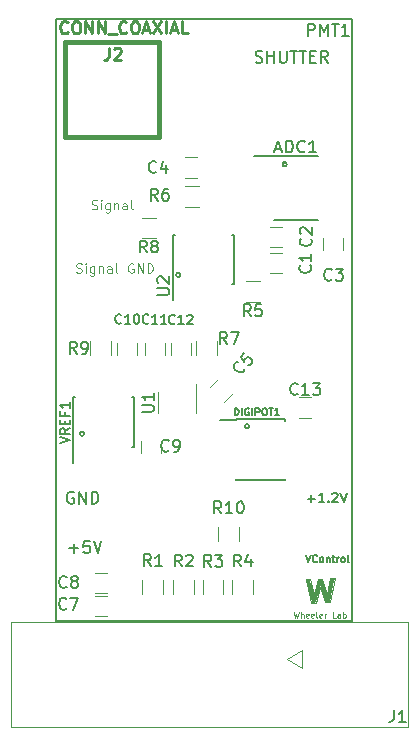
<source format=gbr>
%TF.GenerationSoftware,KiCad,Pcbnew,(2017-06-25 revision 6a3c1720b)-makepkg*%
%TF.CreationDate,2017-07-11T00:42:26-04:00*%
%TF.ProjectId,pmt-transimpedance-amplifier,706D742D7472616E73696D706564616E,rev?*%
%TF.SameCoordinates,Original%
%TF.FileFunction,Legend,Top*%
%TF.FilePolarity,Positive*%
%FSLAX46Y46*%
G04 Gerber Fmt 4.6, Leading zero omitted, Abs format (unit mm)*
G04 Created by KiCad (PCBNEW (2017-06-25 revision 6a3c1720b)-makepkg) date 07/11/17 00:42:26*
%MOMM*%
%LPD*%
G01*
G04 APERTURE LIST*
%ADD10C,0.100000*%
%ADD11C,0.350000*%
%ADD12C,0.300000*%
%ADD13C,0.125000*%
%ADD14C,0.200000*%
%ADD15C,0.120000*%
%ADD16C,0.150000*%
%ADD17C,0.381000*%
%ADD18C,0.254000*%
G04 APERTURE END LIST*
D10*
X223707421Y-115010890D02*
X223937421Y-115010890D01*
X225170000Y-114320000D02*
X224960000Y-114430000D01*
X223410000Y-115880000D02*
X223095483Y-114633268D01*
X223160000Y-116190000D02*
X223340000Y-116190000D01*
X223170000Y-116250000D02*
X223350000Y-116250000D01*
X223090000Y-114380000D02*
X222720000Y-114380000D01*
X223810000Y-114640000D02*
X224040000Y-114640000D01*
D11*
X224570000Y-116140000D02*
X224940000Y-114410000D01*
X223990000Y-114500000D02*
X224470000Y-116160000D01*
X223410000Y-116140000D02*
X223900000Y-114490000D01*
D12*
X222920000Y-114450000D02*
X223280000Y-116050000D01*
D10*
X224310000Y-116300000D02*
X224710000Y-116300000D01*
X223560000Y-116310000D02*
X223922128Y-115010890D01*
X223170000Y-116310000D02*
X223560000Y-116310000D01*
X223937421Y-115010890D02*
X224310000Y-116300000D01*
X222710000Y-114330000D02*
X223170000Y-116310000D01*
X223080000Y-114330000D02*
X222710000Y-114330000D01*
X225180000Y-114270000D02*
X224780000Y-114270000D01*
X223394517Y-115576732D02*
X223080000Y-114330000D01*
X223750000Y-114330000D02*
X223394517Y-115576732D01*
X224100000Y-114330000D02*
X223750000Y-114330000D01*
X224476501Y-115588207D02*
X224100000Y-114330000D01*
X224780000Y-114270000D02*
X224476501Y-115588207D01*
X224710000Y-116300000D02*
X225180000Y-114270000D01*
D13*
X221675714Y-117096190D02*
X221794761Y-117596190D01*
X221890000Y-117239047D01*
X221985238Y-117596190D01*
X222104285Y-117096190D01*
X222294761Y-117596190D02*
X222294761Y-117096190D01*
X222509047Y-117596190D02*
X222509047Y-117334285D01*
X222485238Y-117286666D01*
X222437619Y-117262857D01*
X222366190Y-117262857D01*
X222318571Y-117286666D01*
X222294761Y-117310476D01*
X222937619Y-117572380D02*
X222890000Y-117596190D01*
X222794761Y-117596190D01*
X222747142Y-117572380D01*
X222723333Y-117524761D01*
X222723333Y-117334285D01*
X222747142Y-117286666D01*
X222794761Y-117262857D01*
X222890000Y-117262857D01*
X222937619Y-117286666D01*
X222961428Y-117334285D01*
X222961428Y-117381904D01*
X222723333Y-117429523D01*
X223366190Y-117572380D02*
X223318571Y-117596190D01*
X223223333Y-117596190D01*
X223175714Y-117572380D01*
X223151904Y-117524761D01*
X223151904Y-117334285D01*
X223175714Y-117286666D01*
X223223333Y-117262857D01*
X223318571Y-117262857D01*
X223366190Y-117286666D01*
X223390000Y-117334285D01*
X223390000Y-117381904D01*
X223151904Y-117429523D01*
X223675714Y-117596190D02*
X223628095Y-117572380D01*
X223604285Y-117524761D01*
X223604285Y-117096190D01*
X224056666Y-117572380D02*
X224009047Y-117596190D01*
X223913809Y-117596190D01*
X223866190Y-117572380D01*
X223842380Y-117524761D01*
X223842380Y-117334285D01*
X223866190Y-117286666D01*
X223913809Y-117262857D01*
X224009047Y-117262857D01*
X224056666Y-117286666D01*
X224080476Y-117334285D01*
X224080476Y-117381904D01*
X223842380Y-117429523D01*
X224294761Y-117596190D02*
X224294761Y-117262857D01*
X224294761Y-117358095D02*
X224318571Y-117310476D01*
X224342380Y-117286666D01*
X224390000Y-117262857D01*
X224437619Y-117262857D01*
X225223333Y-117596190D02*
X224985238Y-117596190D01*
X224985238Y-117096190D01*
X225604285Y-117596190D02*
X225604285Y-117334285D01*
X225580476Y-117286666D01*
X225532857Y-117262857D01*
X225437619Y-117262857D01*
X225390000Y-117286666D01*
X225604285Y-117572380D02*
X225556666Y-117596190D01*
X225437619Y-117596190D01*
X225390000Y-117572380D01*
X225366190Y-117524761D01*
X225366190Y-117477142D01*
X225390000Y-117429523D01*
X225437619Y-117405714D01*
X225556666Y-117405714D01*
X225604285Y-117381904D01*
X225842380Y-117596190D02*
X225842380Y-117096190D01*
X225842380Y-117286666D02*
X225890000Y-117262857D01*
X225985238Y-117262857D01*
X226032857Y-117286666D01*
X226056666Y-117310476D01*
X226080476Y-117358095D01*
X226080476Y-117500952D01*
X226056666Y-117548571D01*
X226032857Y-117572380D01*
X225985238Y-117596190D01*
X225890000Y-117596190D01*
X225842380Y-117572380D01*
D14*
X221080278Y-79200000D02*
G75*
G03X221080278Y-79200000I-180278J0D01*
G01*
X212080278Y-88575000D02*
G75*
G03X212080278Y-88575000I-180278J0D01*
G01*
X203930278Y-102025000D02*
G75*
G03X203930278Y-102025000I-180278J0D01*
G01*
X217905278Y-101400000D02*
G75*
G03X217905278Y-101400000I-180278J0D01*
G01*
D15*
%TO.C,R10*%
X217055000Y-109875000D02*
X217055000Y-111075000D01*
X215295000Y-111075000D02*
X215295000Y-109875000D01*
D16*
%TO.C,PMT1*%
X201590000Y-66880000D02*
X201590000Y-117880000D01*
X201590000Y-117880000D02*
X226590000Y-117880000D01*
X226590000Y-66880000D02*
X226590000Y-117880000D01*
X201590000Y-66880000D02*
X226590000Y-66880000D01*
%TO.C,VREF1*%
X202975000Y-103100000D02*
X203025000Y-103100000D01*
X202975000Y-98950000D02*
X203120000Y-98950000D01*
X208125000Y-98950000D02*
X207980000Y-98950000D01*
X208125000Y-103100000D02*
X207980000Y-103100000D01*
X202975000Y-103100000D02*
X202975000Y-98950000D01*
X208125000Y-103100000D02*
X208125000Y-98950000D01*
X203025000Y-103100000D02*
X203025000Y-104500000D01*
%TO.C,DIGIPOT1*%
X216825000Y-100855000D02*
X215425000Y-100855000D01*
X216825000Y-105955000D02*
X220975000Y-105955000D01*
X216825000Y-100805000D02*
X220975000Y-100805000D01*
X216825000Y-105955000D02*
X216825000Y-105810000D01*
X220975000Y-105955000D02*
X220975000Y-105810000D01*
X220975000Y-100805000D02*
X220975000Y-100950000D01*
X216825000Y-100805000D02*
X216825000Y-100855000D01*
D15*
%TO.C,R4*%
X216495000Y-115600000D02*
X216495000Y-114400000D01*
X218255000Y-114400000D02*
X218255000Y-115600000D01*
%TO.C,C7*%
X205875000Y-115775000D02*
X204875000Y-115775000D01*
X204875000Y-117475000D02*
X205875000Y-117475000D01*
%TO.C,C8*%
X204850000Y-115525000D02*
X205850000Y-115525000D01*
X205850000Y-113825000D02*
X204850000Y-113825000D01*
%TO.C,J1*%
X197715000Y-117930000D02*
X231355000Y-117930000D01*
X197715000Y-117930000D02*
X197715000Y-126810000D01*
X231355000Y-126810000D02*
X231355000Y-117930000D01*
X231355000Y-126810000D02*
X197715000Y-126810000D01*
X222405000Y-120340000D02*
X221135000Y-121100000D01*
X222405000Y-121860000D02*
X222405000Y-120340000D01*
X221135000Y-121100000D02*
X222405000Y-121860000D01*
%TO.C,R2*%
X213205000Y-114400000D02*
X213205000Y-115600000D01*
X211445000Y-115600000D02*
X211445000Y-114400000D01*
%TO.C,R1*%
X210580000Y-114400000D02*
X210580000Y-115600000D01*
X208820000Y-115600000D02*
X208820000Y-114400000D01*
%TO.C,R8*%
X210000000Y-85480000D02*
X208800000Y-85480000D01*
X208800000Y-83720000D02*
X210000000Y-83720000D01*
%TO.C,R9*%
X206205000Y-94175000D02*
X206205000Y-95375000D01*
X204445000Y-95375000D02*
X204445000Y-94175000D01*
%TO.C,U1*%
X213435000Y-100250000D02*
X213435000Y-97800000D01*
X210215000Y-98450000D02*
X210215000Y-100250000D01*
D17*
%TO.C,J2*%
X210300000Y-68875000D02*
X202300000Y-68875000D01*
X202300000Y-68875000D02*
X202300000Y-76875000D01*
X202300000Y-76875000D02*
X210300000Y-76875000D01*
X210300000Y-76875000D02*
X210300000Y-68875000D01*
D15*
%TO.C,C2*%
X219697905Y-86175095D02*
X220697905Y-86175095D01*
X220697905Y-84475095D02*
X219697905Y-84475095D01*
%TO.C,C13*%
X223125000Y-98950000D02*
X222125000Y-98950000D01*
X222125000Y-100650000D02*
X223125000Y-100650000D01*
%TO.C,C5*%
X215309620Y-97388299D02*
X214602513Y-98095406D01*
X215804594Y-99297487D02*
X216511701Y-98590380D01*
D16*
%TO.C,ADC1*%
X219991400Y-83927500D02*
X223700000Y-83927500D01*
X218320700Y-78527500D02*
X223704300Y-78527500D01*
D15*
%TO.C,C3*%
X224175000Y-85425000D02*
X224175000Y-86425000D01*
X225875000Y-86425000D02*
X225875000Y-85425000D01*
%TO.C,R6*%
X213650000Y-82780000D02*
X212450000Y-82780000D01*
X212450000Y-81020000D02*
X213650000Y-81020000D01*
%TO.C,C1*%
X220697905Y-86750095D02*
X219697905Y-86750095D01*
X219697905Y-88450095D02*
X220697905Y-88450095D01*
%TO.C,C4*%
X213500000Y-78625000D02*
X212500000Y-78625000D01*
X212500000Y-80325000D02*
X213500000Y-80325000D01*
%TO.C,R3*%
X213970000Y-115600000D02*
X213970000Y-114400000D01*
X215730000Y-114400000D02*
X215730000Y-115600000D01*
D16*
%TO.C,U2*%
X211448000Y-89329000D02*
X211498000Y-89329000D01*
X211448000Y-85179000D02*
X211593000Y-85179000D01*
X216598000Y-85179000D02*
X216453000Y-85179000D01*
X216598000Y-89329000D02*
X216453000Y-89329000D01*
X211448000Y-89329000D02*
X211448000Y-85179000D01*
X216598000Y-89329000D02*
X216598000Y-85179000D01*
X211498000Y-89329000D02*
X211498000Y-90729000D01*
D15*
%TO.C,C9*%
X210425000Y-103625000D02*
X210425000Y-102625000D01*
X208725000Y-102625000D02*
X208725000Y-103625000D01*
%TO.C,C10*%
X206750000Y-94325000D02*
X206750000Y-95325000D01*
X208450000Y-95325000D02*
X208450000Y-94325000D01*
%TO.C,R5*%
X218825000Y-90830000D02*
X217625000Y-90830000D01*
X217625000Y-89070000D02*
X218825000Y-89070000D01*
%TO.C,C11*%
X209050000Y-94325000D02*
X209050000Y-95325000D01*
X210750000Y-95325000D02*
X210750000Y-94325000D01*
%TO.C,C12*%
X211275000Y-94325000D02*
X211275000Y-95325000D01*
X212975000Y-95325000D02*
X212975000Y-94325000D01*
%TO.C,R7*%
X215205000Y-94125000D02*
X215205000Y-95325000D01*
X213445000Y-95325000D02*
X213445000Y-94125000D01*
%TO.C,R10*%
D16*
X215532142Y-108752380D02*
X215198809Y-108276190D01*
X214960714Y-108752380D02*
X214960714Y-107752380D01*
X215341666Y-107752380D01*
X215436904Y-107800000D01*
X215484523Y-107847619D01*
X215532142Y-107942857D01*
X215532142Y-108085714D01*
X215484523Y-108180952D01*
X215436904Y-108228571D01*
X215341666Y-108276190D01*
X214960714Y-108276190D01*
X216484523Y-108752380D02*
X215913095Y-108752380D01*
X216198809Y-108752380D02*
X216198809Y-107752380D01*
X216103571Y-107895238D01*
X216008333Y-107990476D01*
X215913095Y-108038095D01*
X217103571Y-107752380D02*
X217198809Y-107752380D01*
X217294047Y-107800000D01*
X217341666Y-107847619D01*
X217389285Y-107942857D01*
X217436904Y-108133333D01*
X217436904Y-108371428D01*
X217389285Y-108561904D01*
X217341666Y-108657142D01*
X217294047Y-108704761D01*
X217198809Y-108752380D01*
X217103571Y-108752380D01*
X217008333Y-108704761D01*
X216960714Y-108657142D01*
X216913095Y-108561904D01*
X216865476Y-108371428D01*
X216865476Y-108133333D01*
X216913095Y-107942857D01*
X216960714Y-107847619D01*
X217008333Y-107800000D01*
X217103571Y-107752380D01*
%TO.C,PMT1*%
X222909523Y-68302380D02*
X222909523Y-67302380D01*
X223290476Y-67302380D01*
X223385714Y-67350000D01*
X223433333Y-67397619D01*
X223480952Y-67492857D01*
X223480952Y-67635714D01*
X223433333Y-67730952D01*
X223385714Y-67778571D01*
X223290476Y-67826190D01*
X222909523Y-67826190D01*
X223909523Y-68302380D02*
X223909523Y-67302380D01*
X224242857Y-68016666D01*
X224576190Y-67302380D01*
X224576190Y-68302380D01*
X224909523Y-67302380D02*
X225480952Y-67302380D01*
X225195238Y-68302380D02*
X225195238Y-67302380D01*
X226338095Y-68302380D02*
X225766666Y-68302380D01*
X226052380Y-68302380D02*
X226052380Y-67302380D01*
X225957142Y-67445238D01*
X225861904Y-67540476D01*
X225766666Y-67588095D01*
X218452380Y-70554761D02*
X218595238Y-70602380D01*
X218833333Y-70602380D01*
X218928571Y-70554761D01*
X218976190Y-70507142D01*
X219023809Y-70411904D01*
X219023809Y-70316666D01*
X218976190Y-70221428D01*
X218928571Y-70173809D01*
X218833333Y-70126190D01*
X218642857Y-70078571D01*
X218547619Y-70030952D01*
X218500000Y-69983333D01*
X218452380Y-69888095D01*
X218452380Y-69792857D01*
X218500000Y-69697619D01*
X218547619Y-69650000D01*
X218642857Y-69602380D01*
X218880952Y-69602380D01*
X219023809Y-69650000D01*
X219452380Y-70602380D02*
X219452380Y-69602380D01*
X219452380Y-70078571D02*
X220023809Y-70078571D01*
X220023809Y-70602380D02*
X220023809Y-69602380D01*
X220500000Y-69602380D02*
X220500000Y-70411904D01*
X220547619Y-70507142D01*
X220595238Y-70554761D01*
X220690476Y-70602380D01*
X220880952Y-70602380D01*
X220976190Y-70554761D01*
X221023809Y-70507142D01*
X221071428Y-70411904D01*
X221071428Y-69602380D01*
X221404761Y-69602380D02*
X221976190Y-69602380D01*
X221690476Y-70602380D02*
X221690476Y-69602380D01*
X222166666Y-69602380D02*
X222738095Y-69602380D01*
X222452380Y-70602380D02*
X222452380Y-69602380D01*
X223071428Y-70078571D02*
X223404761Y-70078571D01*
X223547619Y-70602380D02*
X223071428Y-70602380D01*
X223071428Y-69602380D01*
X223547619Y-69602380D01*
X224547619Y-70602380D02*
X224214285Y-70126190D01*
X223976190Y-70602380D02*
X223976190Y-69602380D01*
X224357142Y-69602380D01*
X224452380Y-69650000D01*
X224500000Y-69697619D01*
X224547619Y-69792857D01*
X224547619Y-69935714D01*
X224500000Y-70030952D01*
X224452380Y-70078571D01*
X224357142Y-70126190D01*
X223976190Y-70126190D01*
X222850000Y-107507142D02*
X223459523Y-107507142D01*
X223154761Y-107811904D02*
X223154761Y-107202380D01*
X224259523Y-107811904D02*
X223802380Y-107811904D01*
X224030952Y-107811904D02*
X224030952Y-107011904D01*
X223954761Y-107126190D01*
X223878571Y-107202380D01*
X223802380Y-107240476D01*
X224602380Y-107735714D02*
X224640476Y-107773809D01*
X224602380Y-107811904D01*
X224564285Y-107773809D01*
X224602380Y-107735714D01*
X224602380Y-107811904D01*
X224945238Y-107088095D02*
X224983333Y-107050000D01*
X225059523Y-107011904D01*
X225250000Y-107011904D01*
X225326190Y-107050000D01*
X225364285Y-107088095D01*
X225402380Y-107164285D01*
X225402380Y-107240476D01*
X225364285Y-107354761D01*
X224907142Y-107811904D01*
X225402380Y-107811904D01*
X225630952Y-107011904D02*
X225897619Y-107811904D01*
X226164285Y-107011904D01*
X222711428Y-112291428D02*
X222911428Y-112891428D01*
X223111428Y-112291428D01*
X223654285Y-112834285D02*
X223625714Y-112862857D01*
X223540000Y-112891428D01*
X223482857Y-112891428D01*
X223397142Y-112862857D01*
X223340000Y-112805714D01*
X223311428Y-112748571D01*
X223282857Y-112634285D01*
X223282857Y-112548571D01*
X223311428Y-112434285D01*
X223340000Y-112377142D01*
X223397142Y-112320000D01*
X223482857Y-112291428D01*
X223540000Y-112291428D01*
X223625714Y-112320000D01*
X223654285Y-112348571D01*
X223997142Y-112891428D02*
X223940000Y-112862857D01*
X223911428Y-112834285D01*
X223882857Y-112777142D01*
X223882857Y-112605714D01*
X223911428Y-112548571D01*
X223940000Y-112520000D01*
X223997142Y-112491428D01*
X224082857Y-112491428D01*
X224140000Y-112520000D01*
X224168571Y-112548571D01*
X224197142Y-112605714D01*
X224197142Y-112777142D01*
X224168571Y-112834285D01*
X224140000Y-112862857D01*
X224082857Y-112891428D01*
X223997142Y-112891428D01*
X224454285Y-112491428D02*
X224454285Y-112891428D01*
X224454285Y-112548571D02*
X224482857Y-112520000D01*
X224540000Y-112491428D01*
X224625714Y-112491428D01*
X224682857Y-112520000D01*
X224711428Y-112577142D01*
X224711428Y-112891428D01*
X224911428Y-112491428D02*
X225140000Y-112491428D01*
X224997142Y-112291428D02*
X224997142Y-112805714D01*
X225025714Y-112862857D01*
X225082857Y-112891428D01*
X225140000Y-112891428D01*
X225340000Y-112891428D02*
X225340000Y-112491428D01*
X225340000Y-112605714D02*
X225368571Y-112548571D01*
X225397142Y-112520000D01*
X225454285Y-112491428D01*
X225511428Y-112491428D01*
X225797142Y-112891428D02*
X225740000Y-112862857D01*
X225711428Y-112834285D01*
X225682857Y-112777142D01*
X225682857Y-112605714D01*
X225711428Y-112548571D01*
X225740000Y-112520000D01*
X225797142Y-112491428D01*
X225882857Y-112491428D01*
X225940000Y-112520000D01*
X225968571Y-112548571D01*
X225997142Y-112605714D01*
X225997142Y-112777142D01*
X225968571Y-112834285D01*
X225940000Y-112862857D01*
X225882857Y-112891428D01*
X225797142Y-112891428D01*
X226340000Y-112891428D02*
X226282857Y-112862857D01*
X226254285Y-112805714D01*
X226254285Y-112291428D01*
X202689285Y-111721428D02*
X203451190Y-111721428D01*
X203070238Y-112102380D02*
X203070238Y-111340476D01*
X204403571Y-111102380D02*
X203927380Y-111102380D01*
X203879761Y-111578571D01*
X203927380Y-111530952D01*
X204022619Y-111483333D01*
X204260714Y-111483333D01*
X204355952Y-111530952D01*
X204403571Y-111578571D01*
X204451190Y-111673809D01*
X204451190Y-111911904D01*
X204403571Y-112007142D01*
X204355952Y-112054761D01*
X204260714Y-112102380D01*
X204022619Y-112102380D01*
X203927380Y-112054761D01*
X203879761Y-112007142D01*
X204736904Y-111102380D02*
X205070238Y-112102380D01*
X205403571Y-111102380D01*
X203038095Y-106975000D02*
X202942857Y-106927380D01*
X202800000Y-106927380D01*
X202657142Y-106975000D01*
X202561904Y-107070238D01*
X202514285Y-107165476D01*
X202466666Y-107355952D01*
X202466666Y-107498809D01*
X202514285Y-107689285D01*
X202561904Y-107784523D01*
X202657142Y-107879761D01*
X202800000Y-107927380D01*
X202895238Y-107927380D01*
X203038095Y-107879761D01*
X203085714Y-107832142D01*
X203085714Y-107498809D01*
X202895238Y-107498809D01*
X203514285Y-107927380D02*
X203514285Y-106927380D01*
X204085714Y-107927380D01*
X204085714Y-106927380D01*
X204561904Y-107927380D02*
X204561904Y-106927380D01*
X204800000Y-106927380D01*
X204942857Y-106975000D01*
X205038095Y-107070238D01*
X205085714Y-107165476D01*
X205133333Y-107355952D01*
X205133333Y-107498809D01*
X205085714Y-107689285D01*
X205038095Y-107784523D01*
X204942857Y-107879761D01*
X204800000Y-107927380D01*
X204561904Y-107927380D01*
D13*
X203281904Y-88353809D02*
X203396190Y-88391904D01*
X203586666Y-88391904D01*
X203662857Y-88353809D01*
X203700952Y-88315714D01*
X203739047Y-88239523D01*
X203739047Y-88163333D01*
X203700952Y-88087142D01*
X203662857Y-88049047D01*
X203586666Y-88010952D01*
X203434285Y-87972857D01*
X203358095Y-87934761D01*
X203320000Y-87896666D01*
X203281904Y-87820476D01*
X203281904Y-87744285D01*
X203320000Y-87668095D01*
X203358095Y-87630000D01*
X203434285Y-87591904D01*
X203624761Y-87591904D01*
X203739047Y-87630000D01*
X204081904Y-88391904D02*
X204081904Y-87858571D01*
X204081904Y-87591904D02*
X204043809Y-87630000D01*
X204081904Y-87668095D01*
X204120000Y-87630000D01*
X204081904Y-87591904D01*
X204081904Y-87668095D01*
X204805714Y-87858571D02*
X204805714Y-88506190D01*
X204767619Y-88582380D01*
X204729523Y-88620476D01*
X204653333Y-88658571D01*
X204539047Y-88658571D01*
X204462857Y-88620476D01*
X204805714Y-88353809D02*
X204729523Y-88391904D01*
X204577142Y-88391904D01*
X204500952Y-88353809D01*
X204462857Y-88315714D01*
X204424761Y-88239523D01*
X204424761Y-88010952D01*
X204462857Y-87934761D01*
X204500952Y-87896666D01*
X204577142Y-87858571D01*
X204729523Y-87858571D01*
X204805714Y-87896666D01*
X205186666Y-87858571D02*
X205186666Y-88391904D01*
X205186666Y-87934761D02*
X205224761Y-87896666D01*
X205300952Y-87858571D01*
X205415238Y-87858571D01*
X205491428Y-87896666D01*
X205529523Y-87972857D01*
X205529523Y-88391904D01*
X206253333Y-88391904D02*
X206253333Y-87972857D01*
X206215238Y-87896666D01*
X206139047Y-87858571D01*
X205986666Y-87858571D01*
X205910476Y-87896666D01*
X206253333Y-88353809D02*
X206177142Y-88391904D01*
X205986666Y-88391904D01*
X205910476Y-88353809D01*
X205872380Y-88277619D01*
X205872380Y-88201428D01*
X205910476Y-88125238D01*
X205986666Y-88087142D01*
X206177142Y-88087142D01*
X206253333Y-88049047D01*
X206748571Y-88391904D02*
X206672380Y-88353809D01*
X206634285Y-88277619D01*
X206634285Y-87591904D01*
X208081904Y-87630000D02*
X208005714Y-87591904D01*
X207891428Y-87591904D01*
X207777142Y-87630000D01*
X207700952Y-87706190D01*
X207662857Y-87782380D01*
X207624761Y-87934761D01*
X207624761Y-88049047D01*
X207662857Y-88201428D01*
X207700952Y-88277619D01*
X207777142Y-88353809D01*
X207891428Y-88391904D01*
X207967619Y-88391904D01*
X208081904Y-88353809D01*
X208120000Y-88315714D01*
X208120000Y-88049047D01*
X207967619Y-88049047D01*
X208462857Y-88391904D02*
X208462857Y-87591904D01*
X208920000Y-88391904D01*
X208920000Y-87591904D01*
X209300952Y-88391904D02*
X209300952Y-87591904D01*
X209491428Y-87591904D01*
X209605714Y-87630000D01*
X209681904Y-87706190D01*
X209720000Y-87782380D01*
X209758095Y-87934761D01*
X209758095Y-88049047D01*
X209720000Y-88201428D01*
X209681904Y-88277619D01*
X209605714Y-88353809D01*
X209491428Y-88391904D01*
X209300952Y-88391904D01*
X204575714Y-82993809D02*
X204690000Y-83031904D01*
X204880476Y-83031904D01*
X204956666Y-82993809D01*
X204994761Y-82955714D01*
X205032857Y-82879523D01*
X205032857Y-82803333D01*
X204994761Y-82727142D01*
X204956666Y-82689047D01*
X204880476Y-82650952D01*
X204728095Y-82612857D01*
X204651904Y-82574761D01*
X204613809Y-82536666D01*
X204575714Y-82460476D01*
X204575714Y-82384285D01*
X204613809Y-82308095D01*
X204651904Y-82270000D01*
X204728095Y-82231904D01*
X204918571Y-82231904D01*
X205032857Y-82270000D01*
X205375714Y-83031904D02*
X205375714Y-82498571D01*
X205375714Y-82231904D02*
X205337619Y-82270000D01*
X205375714Y-82308095D01*
X205413809Y-82270000D01*
X205375714Y-82231904D01*
X205375714Y-82308095D01*
X206099523Y-82498571D02*
X206099523Y-83146190D01*
X206061428Y-83222380D01*
X206023333Y-83260476D01*
X205947142Y-83298571D01*
X205832857Y-83298571D01*
X205756666Y-83260476D01*
X206099523Y-82993809D02*
X206023333Y-83031904D01*
X205870952Y-83031904D01*
X205794761Y-82993809D01*
X205756666Y-82955714D01*
X205718571Y-82879523D01*
X205718571Y-82650952D01*
X205756666Y-82574761D01*
X205794761Y-82536666D01*
X205870952Y-82498571D01*
X206023333Y-82498571D01*
X206099523Y-82536666D01*
X206480476Y-82498571D02*
X206480476Y-83031904D01*
X206480476Y-82574761D02*
X206518571Y-82536666D01*
X206594761Y-82498571D01*
X206709047Y-82498571D01*
X206785238Y-82536666D01*
X206823333Y-82612857D01*
X206823333Y-83031904D01*
X207547142Y-83031904D02*
X207547142Y-82612857D01*
X207509047Y-82536666D01*
X207432857Y-82498571D01*
X207280476Y-82498571D01*
X207204285Y-82536666D01*
X207547142Y-82993809D02*
X207470952Y-83031904D01*
X207280476Y-83031904D01*
X207204285Y-82993809D01*
X207166190Y-82917619D01*
X207166190Y-82841428D01*
X207204285Y-82765238D01*
X207280476Y-82727142D01*
X207470952Y-82727142D01*
X207547142Y-82689047D01*
X208042380Y-83031904D02*
X207966190Y-82993809D01*
X207928095Y-82917619D01*
X207928095Y-82231904D01*
%TO.C,VREF1*%
D16*
X201901904Y-102802380D02*
X202701904Y-102535714D01*
X201901904Y-102269047D01*
X202701904Y-101545238D02*
X202320952Y-101811904D01*
X202701904Y-102002380D02*
X201901904Y-102002380D01*
X201901904Y-101697619D01*
X201940000Y-101621428D01*
X201978095Y-101583333D01*
X202054285Y-101545238D01*
X202168571Y-101545238D01*
X202244761Y-101583333D01*
X202282857Y-101621428D01*
X202320952Y-101697619D01*
X202320952Y-102002380D01*
X202282857Y-101202380D02*
X202282857Y-100935714D01*
X202701904Y-100821428D02*
X202701904Y-101202380D01*
X201901904Y-101202380D01*
X201901904Y-100821428D01*
X202282857Y-100211904D02*
X202282857Y-100478571D01*
X202701904Y-100478571D02*
X201901904Y-100478571D01*
X201901904Y-100097619D01*
X202701904Y-99373809D02*
X202701904Y-99830952D01*
X202701904Y-99602380D02*
X201901904Y-99602380D01*
X202016190Y-99678571D01*
X202092380Y-99754761D01*
X202130476Y-99830952D01*
%TO.C,DIGIPOT1*%
X216668571Y-100461428D02*
X216668571Y-99861428D01*
X216811428Y-99861428D01*
X216897142Y-99890000D01*
X216954285Y-99947142D01*
X216982857Y-100004285D01*
X217011428Y-100118571D01*
X217011428Y-100204285D01*
X216982857Y-100318571D01*
X216954285Y-100375714D01*
X216897142Y-100432857D01*
X216811428Y-100461428D01*
X216668571Y-100461428D01*
X217268571Y-100461428D02*
X217268571Y-99861428D01*
X217868571Y-99890000D02*
X217811428Y-99861428D01*
X217725714Y-99861428D01*
X217640000Y-99890000D01*
X217582857Y-99947142D01*
X217554285Y-100004285D01*
X217525714Y-100118571D01*
X217525714Y-100204285D01*
X217554285Y-100318571D01*
X217582857Y-100375714D01*
X217640000Y-100432857D01*
X217725714Y-100461428D01*
X217782857Y-100461428D01*
X217868571Y-100432857D01*
X217897142Y-100404285D01*
X217897142Y-100204285D01*
X217782857Y-100204285D01*
X218154285Y-100461428D02*
X218154285Y-99861428D01*
X218440000Y-100461428D02*
X218440000Y-99861428D01*
X218668571Y-99861428D01*
X218725714Y-99890000D01*
X218754285Y-99918571D01*
X218782857Y-99975714D01*
X218782857Y-100061428D01*
X218754285Y-100118571D01*
X218725714Y-100147142D01*
X218668571Y-100175714D01*
X218440000Y-100175714D01*
X219154285Y-99861428D02*
X219268571Y-99861428D01*
X219325714Y-99890000D01*
X219382857Y-99947142D01*
X219411428Y-100061428D01*
X219411428Y-100261428D01*
X219382857Y-100375714D01*
X219325714Y-100432857D01*
X219268571Y-100461428D01*
X219154285Y-100461428D01*
X219097142Y-100432857D01*
X219040000Y-100375714D01*
X219011428Y-100261428D01*
X219011428Y-100061428D01*
X219040000Y-99947142D01*
X219097142Y-99890000D01*
X219154285Y-99861428D01*
X219582857Y-99861428D02*
X219925714Y-99861428D01*
X219754285Y-100461428D02*
X219754285Y-99861428D01*
X220440000Y-100461428D02*
X220097142Y-100461428D01*
X220268571Y-100461428D02*
X220268571Y-99861428D01*
X220211428Y-99947142D01*
X220154285Y-100004285D01*
X220097142Y-100032857D01*
%TO.C,R4*%
X217208333Y-113252380D02*
X216875000Y-112776190D01*
X216636904Y-113252380D02*
X216636904Y-112252380D01*
X217017857Y-112252380D01*
X217113095Y-112300000D01*
X217160714Y-112347619D01*
X217208333Y-112442857D01*
X217208333Y-112585714D01*
X217160714Y-112680952D01*
X217113095Y-112728571D01*
X217017857Y-112776190D01*
X216636904Y-112776190D01*
X218065476Y-112585714D02*
X218065476Y-113252380D01*
X217827380Y-112204761D02*
X217589285Y-112919047D01*
X218208333Y-112919047D01*
%TO.C,C7*%
X202433333Y-116807142D02*
X202385714Y-116854761D01*
X202242857Y-116902380D01*
X202147619Y-116902380D01*
X202004761Y-116854761D01*
X201909523Y-116759523D01*
X201861904Y-116664285D01*
X201814285Y-116473809D01*
X201814285Y-116330952D01*
X201861904Y-116140476D01*
X201909523Y-116045238D01*
X202004761Y-115950000D01*
X202147619Y-115902380D01*
X202242857Y-115902380D01*
X202385714Y-115950000D01*
X202433333Y-115997619D01*
X202766666Y-115902380D02*
X203433333Y-115902380D01*
X203004761Y-116902380D01*
%TO.C,C8*%
X202443333Y-114987142D02*
X202395714Y-115034761D01*
X202252857Y-115082380D01*
X202157619Y-115082380D01*
X202014761Y-115034761D01*
X201919523Y-114939523D01*
X201871904Y-114844285D01*
X201824285Y-114653809D01*
X201824285Y-114510952D01*
X201871904Y-114320476D01*
X201919523Y-114225238D01*
X202014761Y-114130000D01*
X202157619Y-114082380D01*
X202252857Y-114082380D01*
X202395714Y-114130000D01*
X202443333Y-114177619D01*
X203014761Y-114510952D02*
X202919523Y-114463333D01*
X202871904Y-114415714D01*
X202824285Y-114320476D01*
X202824285Y-114272857D01*
X202871904Y-114177619D01*
X202919523Y-114130000D01*
X203014761Y-114082380D01*
X203205238Y-114082380D01*
X203300476Y-114130000D01*
X203348095Y-114177619D01*
X203395714Y-114272857D01*
X203395714Y-114320476D01*
X203348095Y-114415714D01*
X203300476Y-114463333D01*
X203205238Y-114510952D01*
X203014761Y-114510952D01*
X202919523Y-114558571D01*
X202871904Y-114606190D01*
X202824285Y-114701428D01*
X202824285Y-114891904D01*
X202871904Y-114987142D01*
X202919523Y-115034761D01*
X203014761Y-115082380D01*
X203205238Y-115082380D01*
X203300476Y-115034761D01*
X203348095Y-114987142D01*
X203395714Y-114891904D01*
X203395714Y-114701428D01*
X203348095Y-114606190D01*
X203300476Y-114558571D01*
X203205238Y-114510952D01*
%TO.C,J1*%
X230156666Y-125427380D02*
X230156666Y-126141666D01*
X230109047Y-126284523D01*
X230013809Y-126379761D01*
X229870952Y-126427380D01*
X229775714Y-126427380D01*
X231156666Y-126427380D02*
X230585238Y-126427380D01*
X230870952Y-126427380D02*
X230870952Y-125427380D01*
X230775714Y-125570238D01*
X230680476Y-125665476D01*
X230585238Y-125713095D01*
%TO.C,R2*%
X212183333Y-113252380D02*
X211850000Y-112776190D01*
X211611904Y-113252380D02*
X211611904Y-112252380D01*
X211992857Y-112252380D01*
X212088095Y-112300000D01*
X212135714Y-112347619D01*
X212183333Y-112442857D01*
X212183333Y-112585714D01*
X212135714Y-112680952D01*
X212088095Y-112728571D01*
X211992857Y-112776190D01*
X211611904Y-112776190D01*
X212564285Y-112347619D02*
X212611904Y-112300000D01*
X212707142Y-112252380D01*
X212945238Y-112252380D01*
X213040476Y-112300000D01*
X213088095Y-112347619D01*
X213135714Y-112442857D01*
X213135714Y-112538095D01*
X213088095Y-112680952D01*
X212516666Y-113252380D01*
X213135714Y-113252380D01*
%TO.C,R1*%
X209583333Y-113227380D02*
X209250000Y-112751190D01*
X209011904Y-113227380D02*
X209011904Y-112227380D01*
X209392857Y-112227380D01*
X209488095Y-112275000D01*
X209535714Y-112322619D01*
X209583333Y-112417857D01*
X209583333Y-112560714D01*
X209535714Y-112655952D01*
X209488095Y-112703571D01*
X209392857Y-112751190D01*
X209011904Y-112751190D01*
X210535714Y-113227380D02*
X209964285Y-113227380D01*
X210250000Y-113227380D02*
X210250000Y-112227380D01*
X210154761Y-112370238D01*
X210059523Y-112465476D01*
X209964285Y-112513095D01*
%TO.C,R8*%
X209223333Y-86672380D02*
X208890000Y-86196190D01*
X208651904Y-86672380D02*
X208651904Y-85672380D01*
X209032857Y-85672380D01*
X209128095Y-85720000D01*
X209175714Y-85767619D01*
X209223333Y-85862857D01*
X209223333Y-86005714D01*
X209175714Y-86100952D01*
X209128095Y-86148571D01*
X209032857Y-86196190D01*
X208651904Y-86196190D01*
X209794761Y-86100952D02*
X209699523Y-86053333D01*
X209651904Y-86005714D01*
X209604285Y-85910476D01*
X209604285Y-85862857D01*
X209651904Y-85767619D01*
X209699523Y-85720000D01*
X209794761Y-85672380D01*
X209985238Y-85672380D01*
X210080476Y-85720000D01*
X210128095Y-85767619D01*
X210175714Y-85862857D01*
X210175714Y-85910476D01*
X210128095Y-86005714D01*
X210080476Y-86053333D01*
X209985238Y-86100952D01*
X209794761Y-86100952D01*
X209699523Y-86148571D01*
X209651904Y-86196190D01*
X209604285Y-86291428D01*
X209604285Y-86481904D01*
X209651904Y-86577142D01*
X209699523Y-86624761D01*
X209794761Y-86672380D01*
X209985238Y-86672380D01*
X210080476Y-86624761D01*
X210128095Y-86577142D01*
X210175714Y-86481904D01*
X210175714Y-86291428D01*
X210128095Y-86196190D01*
X210080476Y-86148571D01*
X209985238Y-86100952D01*
%TO.C,R9*%
X203308333Y-95227380D02*
X202975000Y-94751190D01*
X202736904Y-95227380D02*
X202736904Y-94227380D01*
X203117857Y-94227380D01*
X203213095Y-94275000D01*
X203260714Y-94322619D01*
X203308333Y-94417857D01*
X203308333Y-94560714D01*
X203260714Y-94655952D01*
X203213095Y-94703571D01*
X203117857Y-94751190D01*
X202736904Y-94751190D01*
X203784523Y-95227380D02*
X203975000Y-95227380D01*
X204070238Y-95179761D01*
X204117857Y-95132142D01*
X204213095Y-94989285D01*
X204260714Y-94798809D01*
X204260714Y-94417857D01*
X204213095Y-94322619D01*
X204165476Y-94275000D01*
X204070238Y-94227380D01*
X203879761Y-94227380D01*
X203784523Y-94275000D01*
X203736904Y-94322619D01*
X203689285Y-94417857D01*
X203689285Y-94655952D01*
X203736904Y-94751190D01*
X203784523Y-94798809D01*
X203879761Y-94846428D01*
X204070238Y-94846428D01*
X204165476Y-94798809D01*
X204213095Y-94751190D01*
X204260714Y-94655952D01*
%TO.C,U1*%
X208827380Y-100161904D02*
X209636904Y-100161904D01*
X209732142Y-100114285D01*
X209779761Y-100066666D01*
X209827380Y-99971428D01*
X209827380Y-99780952D01*
X209779761Y-99685714D01*
X209732142Y-99638095D01*
X209636904Y-99590476D01*
X208827380Y-99590476D01*
X209827380Y-98590476D02*
X209827380Y-99161904D01*
X209827380Y-98876190D02*
X208827380Y-98876190D01*
X208970238Y-98971428D01*
X209065476Y-99066666D01*
X209113095Y-99161904D01*
%TO.C,J2*%
D18*
X206036333Y-69318619D02*
X206036333Y-70044333D01*
X205987952Y-70189476D01*
X205891190Y-70286238D01*
X205746047Y-70334619D01*
X205649285Y-70334619D01*
X206471761Y-69415380D02*
X206520142Y-69367000D01*
X206616904Y-69318619D01*
X206858809Y-69318619D01*
X206955571Y-69367000D01*
X207003952Y-69415380D01*
X207052333Y-69512142D01*
X207052333Y-69608904D01*
X207003952Y-69754047D01*
X206423380Y-70334619D01*
X207052333Y-70334619D01*
X202532857Y-68012857D02*
X202484476Y-68061238D01*
X202339333Y-68109619D01*
X202242571Y-68109619D01*
X202097428Y-68061238D01*
X202000666Y-67964476D01*
X201952285Y-67867714D01*
X201903904Y-67674190D01*
X201903904Y-67529047D01*
X201952285Y-67335523D01*
X202000666Y-67238761D01*
X202097428Y-67142000D01*
X202242571Y-67093619D01*
X202339333Y-67093619D01*
X202484476Y-67142000D01*
X202532857Y-67190380D01*
X203161809Y-67093619D02*
X203355333Y-67093619D01*
X203452095Y-67142000D01*
X203548857Y-67238761D01*
X203597238Y-67432285D01*
X203597238Y-67770952D01*
X203548857Y-67964476D01*
X203452095Y-68061238D01*
X203355333Y-68109619D01*
X203161809Y-68109619D01*
X203065047Y-68061238D01*
X202968285Y-67964476D01*
X202919904Y-67770952D01*
X202919904Y-67432285D01*
X202968285Y-67238761D01*
X203065047Y-67142000D01*
X203161809Y-67093619D01*
X204032666Y-68109619D02*
X204032666Y-67093619D01*
X204613238Y-68109619D01*
X204613238Y-67093619D01*
X205097047Y-68109619D02*
X205097047Y-67093619D01*
X205677619Y-68109619D01*
X205677619Y-67093619D01*
X205919523Y-68206380D02*
X206693619Y-68206380D01*
X207516095Y-68012857D02*
X207467714Y-68061238D01*
X207322571Y-68109619D01*
X207225809Y-68109619D01*
X207080666Y-68061238D01*
X206983904Y-67964476D01*
X206935523Y-67867714D01*
X206887142Y-67674190D01*
X206887142Y-67529047D01*
X206935523Y-67335523D01*
X206983904Y-67238761D01*
X207080666Y-67142000D01*
X207225809Y-67093619D01*
X207322571Y-67093619D01*
X207467714Y-67142000D01*
X207516095Y-67190380D01*
X208145047Y-67093619D02*
X208338571Y-67093619D01*
X208435333Y-67142000D01*
X208532095Y-67238761D01*
X208580476Y-67432285D01*
X208580476Y-67770952D01*
X208532095Y-67964476D01*
X208435333Y-68061238D01*
X208338571Y-68109619D01*
X208145047Y-68109619D01*
X208048285Y-68061238D01*
X207951523Y-67964476D01*
X207903142Y-67770952D01*
X207903142Y-67432285D01*
X207951523Y-67238761D01*
X208048285Y-67142000D01*
X208145047Y-67093619D01*
X208967523Y-67819333D02*
X209451333Y-67819333D01*
X208870761Y-68109619D02*
X209209428Y-67093619D01*
X209548095Y-68109619D01*
X209790000Y-67093619D02*
X210467333Y-68109619D01*
X210467333Y-67093619D02*
X209790000Y-68109619D01*
X210854380Y-68109619D02*
X210854380Y-67093619D01*
X211289809Y-67819333D02*
X211773619Y-67819333D01*
X211193047Y-68109619D02*
X211531714Y-67093619D01*
X211870380Y-68109619D01*
X212692857Y-68109619D02*
X212209047Y-68109619D01*
X212209047Y-67093619D01*
%TO.C,C2*%
D16*
X223105047Y-85491761D02*
X223152666Y-85539380D01*
X223200285Y-85682237D01*
X223200285Y-85777475D01*
X223152666Y-85920333D01*
X223057428Y-86015571D01*
X222962190Y-86063190D01*
X222771714Y-86110809D01*
X222628857Y-86110809D01*
X222438381Y-86063190D01*
X222343143Y-86015571D01*
X222247905Y-85920333D01*
X222200285Y-85777475D01*
X222200285Y-85682237D01*
X222247905Y-85539380D01*
X222295524Y-85491761D01*
X222295524Y-85110809D02*
X222247905Y-85063190D01*
X222200285Y-84967952D01*
X222200285Y-84729856D01*
X222247905Y-84634618D01*
X222295524Y-84586999D01*
X222390762Y-84539380D01*
X222486000Y-84539380D01*
X222628857Y-84586999D01*
X223200285Y-85158428D01*
X223200285Y-84539380D01*
%TO.C,C13*%
X222007142Y-98632142D02*
X221959523Y-98679761D01*
X221816666Y-98727380D01*
X221721428Y-98727380D01*
X221578571Y-98679761D01*
X221483333Y-98584523D01*
X221435714Y-98489285D01*
X221388095Y-98298809D01*
X221388095Y-98155952D01*
X221435714Y-97965476D01*
X221483333Y-97870238D01*
X221578571Y-97775000D01*
X221721428Y-97727380D01*
X221816666Y-97727380D01*
X221959523Y-97775000D01*
X222007142Y-97822619D01*
X222959523Y-98727380D02*
X222388095Y-98727380D01*
X222673809Y-98727380D02*
X222673809Y-97727380D01*
X222578571Y-97870238D01*
X222483333Y-97965476D01*
X222388095Y-98013095D01*
X223292857Y-97727380D02*
X223911904Y-97727380D01*
X223578571Y-98108333D01*
X223721428Y-98108333D01*
X223816666Y-98155952D01*
X223864285Y-98203571D01*
X223911904Y-98298809D01*
X223911904Y-98536904D01*
X223864285Y-98632142D01*
X223816666Y-98679761D01*
X223721428Y-98727380D01*
X223435714Y-98727380D01*
X223340476Y-98679761D01*
X223292857Y-98632142D01*
%TO.C,C5*%
X217509687Y-96495389D02*
X217509687Y-96562732D01*
X217442343Y-96697419D01*
X217375000Y-96764763D01*
X217240312Y-96832106D01*
X217105625Y-96832106D01*
X217004610Y-96798435D01*
X216836251Y-96697419D01*
X216735236Y-96596404D01*
X216634221Y-96428045D01*
X216600549Y-96327030D01*
X216600549Y-96192343D01*
X216667893Y-96057656D01*
X216735236Y-95990312D01*
X216869923Y-95922969D01*
X216937267Y-95922969D01*
X217509687Y-95215862D02*
X217172969Y-95552580D01*
X217476015Y-95922969D01*
X217476015Y-95855625D01*
X217509687Y-95754610D01*
X217678045Y-95586251D01*
X217779061Y-95552580D01*
X217846404Y-95552580D01*
X217947419Y-95586251D01*
X218115778Y-95754610D01*
X218149450Y-95855625D01*
X218149450Y-95922969D01*
X218115778Y-96023984D01*
X217947419Y-96192343D01*
X217846404Y-96226015D01*
X217779061Y-96226015D01*
%TO.C,ADC1*%
X220131414Y-77919166D02*
X220607604Y-77919166D01*
X220036176Y-78204880D02*
X220369509Y-77204880D01*
X220702842Y-78204880D01*
X221036176Y-78204880D02*
X221036176Y-77204880D01*
X221274271Y-77204880D01*
X221417128Y-77252500D01*
X221512366Y-77347738D01*
X221559985Y-77442976D01*
X221607604Y-77633452D01*
X221607604Y-77776309D01*
X221559985Y-77966785D01*
X221512366Y-78062023D01*
X221417128Y-78157261D01*
X221274271Y-78204880D01*
X221036176Y-78204880D01*
X222607604Y-78109642D02*
X222559985Y-78157261D01*
X222417128Y-78204880D01*
X222321890Y-78204880D01*
X222179033Y-78157261D01*
X222083795Y-78062023D01*
X222036176Y-77966785D01*
X221988557Y-77776309D01*
X221988557Y-77633452D01*
X222036176Y-77442976D01*
X222083795Y-77347738D01*
X222179033Y-77252500D01*
X222321890Y-77204880D01*
X222417128Y-77204880D01*
X222559985Y-77252500D01*
X222607604Y-77300119D01*
X223559985Y-78204880D02*
X222988557Y-78204880D01*
X223274271Y-78204880D02*
X223274271Y-77204880D01*
X223179033Y-77347738D01*
X223083795Y-77442976D01*
X222988557Y-77490595D01*
%TO.C,C3*%
X224883333Y-88957142D02*
X224835714Y-89004761D01*
X224692857Y-89052380D01*
X224597619Y-89052380D01*
X224454761Y-89004761D01*
X224359523Y-88909523D01*
X224311904Y-88814285D01*
X224264285Y-88623809D01*
X224264285Y-88480952D01*
X224311904Y-88290476D01*
X224359523Y-88195238D01*
X224454761Y-88100000D01*
X224597619Y-88052380D01*
X224692857Y-88052380D01*
X224835714Y-88100000D01*
X224883333Y-88147619D01*
X225216666Y-88052380D02*
X225835714Y-88052380D01*
X225502380Y-88433333D01*
X225645238Y-88433333D01*
X225740476Y-88480952D01*
X225788095Y-88528571D01*
X225835714Y-88623809D01*
X225835714Y-88861904D01*
X225788095Y-88957142D01*
X225740476Y-89004761D01*
X225645238Y-89052380D01*
X225359523Y-89052380D01*
X225264285Y-89004761D01*
X225216666Y-88957142D01*
%TO.C,R6*%
X210158333Y-82277380D02*
X209825000Y-81801190D01*
X209586904Y-82277380D02*
X209586904Y-81277380D01*
X209967857Y-81277380D01*
X210063095Y-81325000D01*
X210110714Y-81372619D01*
X210158333Y-81467857D01*
X210158333Y-81610714D01*
X210110714Y-81705952D01*
X210063095Y-81753571D01*
X209967857Y-81801190D01*
X209586904Y-81801190D01*
X211015476Y-81277380D02*
X210825000Y-81277380D01*
X210729761Y-81325000D01*
X210682142Y-81372619D01*
X210586904Y-81515476D01*
X210539285Y-81705952D01*
X210539285Y-82086904D01*
X210586904Y-82182142D01*
X210634523Y-82229761D01*
X210729761Y-82277380D01*
X210920238Y-82277380D01*
X211015476Y-82229761D01*
X211063095Y-82182142D01*
X211110714Y-82086904D01*
X211110714Y-81848809D01*
X211063095Y-81753571D01*
X211015476Y-81705952D01*
X210920238Y-81658333D01*
X210729761Y-81658333D01*
X210634523Y-81705952D01*
X210586904Y-81753571D01*
X210539285Y-81848809D01*
%TO.C,C1*%
X223057142Y-87766666D02*
X223104761Y-87814285D01*
X223152380Y-87957142D01*
X223152380Y-88052380D01*
X223104761Y-88195238D01*
X223009523Y-88290476D01*
X222914285Y-88338095D01*
X222723809Y-88385714D01*
X222580952Y-88385714D01*
X222390476Y-88338095D01*
X222295238Y-88290476D01*
X222200000Y-88195238D01*
X222152380Y-88052380D01*
X222152380Y-87957142D01*
X222200000Y-87814285D01*
X222247619Y-87766666D01*
X223152380Y-86814285D02*
X223152380Y-87385714D01*
X223152380Y-87100000D02*
X222152380Y-87100000D01*
X222295238Y-87195238D01*
X222390476Y-87290476D01*
X222438095Y-87385714D01*
%TO.C,C4*%
X210033333Y-79852142D02*
X209985714Y-79899761D01*
X209842857Y-79947380D01*
X209747619Y-79947380D01*
X209604761Y-79899761D01*
X209509523Y-79804523D01*
X209461904Y-79709285D01*
X209414285Y-79518809D01*
X209414285Y-79375952D01*
X209461904Y-79185476D01*
X209509523Y-79090238D01*
X209604761Y-78995000D01*
X209747619Y-78947380D01*
X209842857Y-78947380D01*
X209985714Y-78995000D01*
X210033333Y-79042619D01*
X210890476Y-79280714D02*
X210890476Y-79947380D01*
X210652380Y-78899761D02*
X210414285Y-79614047D01*
X211033333Y-79614047D01*
%TO.C,R3*%
X214683333Y-113277380D02*
X214350000Y-112801190D01*
X214111904Y-113277380D02*
X214111904Y-112277380D01*
X214492857Y-112277380D01*
X214588095Y-112325000D01*
X214635714Y-112372619D01*
X214683333Y-112467857D01*
X214683333Y-112610714D01*
X214635714Y-112705952D01*
X214588095Y-112753571D01*
X214492857Y-112801190D01*
X214111904Y-112801190D01*
X215016666Y-112277380D02*
X215635714Y-112277380D01*
X215302380Y-112658333D01*
X215445238Y-112658333D01*
X215540476Y-112705952D01*
X215588095Y-112753571D01*
X215635714Y-112848809D01*
X215635714Y-113086904D01*
X215588095Y-113182142D01*
X215540476Y-113229761D01*
X215445238Y-113277380D01*
X215159523Y-113277380D01*
X215064285Y-113229761D01*
X215016666Y-113182142D01*
%TO.C,U2*%
X210127380Y-90261904D02*
X210936904Y-90261904D01*
X211032142Y-90214285D01*
X211079761Y-90166666D01*
X211127380Y-90071428D01*
X211127380Y-89880952D01*
X211079761Y-89785714D01*
X211032142Y-89738095D01*
X210936904Y-89690476D01*
X210127380Y-89690476D01*
X210222619Y-89261904D02*
X210175000Y-89214285D01*
X210127380Y-89119047D01*
X210127380Y-88880952D01*
X210175000Y-88785714D01*
X210222619Y-88738095D01*
X210317857Y-88690476D01*
X210413095Y-88690476D01*
X210555952Y-88738095D01*
X211127380Y-89309523D01*
X211127380Y-88690476D01*
%TO.C,C9*%
X211083333Y-103432142D02*
X211035714Y-103479761D01*
X210892857Y-103527380D01*
X210797619Y-103527380D01*
X210654761Y-103479761D01*
X210559523Y-103384523D01*
X210511904Y-103289285D01*
X210464285Y-103098809D01*
X210464285Y-102955952D01*
X210511904Y-102765476D01*
X210559523Y-102670238D01*
X210654761Y-102575000D01*
X210797619Y-102527380D01*
X210892857Y-102527380D01*
X211035714Y-102575000D01*
X211083333Y-102622619D01*
X211559523Y-103527380D02*
X211750000Y-103527380D01*
X211845238Y-103479761D01*
X211892857Y-103432142D01*
X211988095Y-103289285D01*
X212035714Y-103098809D01*
X212035714Y-102717857D01*
X211988095Y-102622619D01*
X211940476Y-102575000D01*
X211845238Y-102527380D01*
X211654761Y-102527380D01*
X211559523Y-102575000D01*
X211511904Y-102622619D01*
X211464285Y-102717857D01*
X211464285Y-102955952D01*
X211511904Y-103051190D01*
X211559523Y-103098809D01*
X211654761Y-103146428D01*
X211845238Y-103146428D01*
X211940476Y-103098809D01*
X211988095Y-103051190D01*
X212035714Y-102955952D01*
%TO.C,C10*%
X207075714Y-92625714D02*
X207037619Y-92663809D01*
X206923333Y-92701904D01*
X206847142Y-92701904D01*
X206732857Y-92663809D01*
X206656666Y-92587619D01*
X206618571Y-92511428D01*
X206580476Y-92359047D01*
X206580476Y-92244761D01*
X206618571Y-92092380D01*
X206656666Y-92016190D01*
X206732857Y-91940000D01*
X206847142Y-91901904D01*
X206923333Y-91901904D01*
X207037619Y-91940000D01*
X207075714Y-91978095D01*
X207837619Y-92701904D02*
X207380476Y-92701904D01*
X207609047Y-92701904D02*
X207609047Y-91901904D01*
X207532857Y-92016190D01*
X207456666Y-92092380D01*
X207380476Y-92130476D01*
X208332857Y-91901904D02*
X208409047Y-91901904D01*
X208485238Y-91940000D01*
X208523333Y-91978095D01*
X208561428Y-92054285D01*
X208599523Y-92206666D01*
X208599523Y-92397142D01*
X208561428Y-92549523D01*
X208523333Y-92625714D01*
X208485238Y-92663809D01*
X208409047Y-92701904D01*
X208332857Y-92701904D01*
X208256666Y-92663809D01*
X208218571Y-92625714D01*
X208180476Y-92549523D01*
X208142380Y-92397142D01*
X208142380Y-92206666D01*
X208180476Y-92054285D01*
X208218571Y-91978095D01*
X208256666Y-91940000D01*
X208332857Y-91901904D01*
%TO.C,R5*%
X218043333Y-92062380D02*
X217710000Y-91586190D01*
X217471904Y-92062380D02*
X217471904Y-91062380D01*
X217852857Y-91062380D01*
X217948095Y-91110000D01*
X217995714Y-91157619D01*
X218043333Y-91252857D01*
X218043333Y-91395714D01*
X217995714Y-91490952D01*
X217948095Y-91538571D01*
X217852857Y-91586190D01*
X217471904Y-91586190D01*
X218948095Y-91062380D02*
X218471904Y-91062380D01*
X218424285Y-91538571D01*
X218471904Y-91490952D01*
X218567142Y-91443333D01*
X218805238Y-91443333D01*
X218900476Y-91490952D01*
X218948095Y-91538571D01*
X218995714Y-91633809D01*
X218995714Y-91871904D01*
X218948095Y-91967142D01*
X218900476Y-92014761D01*
X218805238Y-92062380D01*
X218567142Y-92062380D01*
X218471904Y-92014761D01*
X218424285Y-91967142D01*
%TO.C,C11*%
X209375714Y-92625714D02*
X209337619Y-92663809D01*
X209223333Y-92701904D01*
X209147142Y-92701904D01*
X209032857Y-92663809D01*
X208956666Y-92587619D01*
X208918571Y-92511428D01*
X208880476Y-92359047D01*
X208880476Y-92244761D01*
X208918571Y-92092380D01*
X208956666Y-92016190D01*
X209032857Y-91940000D01*
X209147142Y-91901904D01*
X209223333Y-91901904D01*
X209337619Y-91940000D01*
X209375714Y-91978095D01*
X210137619Y-92701904D02*
X209680476Y-92701904D01*
X209909047Y-92701904D02*
X209909047Y-91901904D01*
X209832857Y-92016190D01*
X209756666Y-92092380D01*
X209680476Y-92130476D01*
X210899523Y-92701904D02*
X210442380Y-92701904D01*
X210670952Y-92701904D02*
X210670952Y-91901904D01*
X210594761Y-92016190D01*
X210518571Y-92092380D01*
X210442380Y-92130476D01*
%TO.C,C12*%
X211595714Y-92655714D02*
X211557619Y-92693809D01*
X211443333Y-92731904D01*
X211367142Y-92731904D01*
X211252857Y-92693809D01*
X211176666Y-92617619D01*
X211138571Y-92541428D01*
X211100476Y-92389047D01*
X211100476Y-92274761D01*
X211138571Y-92122380D01*
X211176666Y-92046190D01*
X211252857Y-91970000D01*
X211367142Y-91931904D01*
X211443333Y-91931904D01*
X211557619Y-91970000D01*
X211595714Y-92008095D01*
X212357619Y-92731904D02*
X211900476Y-92731904D01*
X212129047Y-92731904D02*
X212129047Y-91931904D01*
X212052857Y-92046190D01*
X211976666Y-92122380D01*
X211900476Y-92160476D01*
X212662380Y-92008095D02*
X212700476Y-91970000D01*
X212776666Y-91931904D01*
X212967142Y-91931904D01*
X213043333Y-91970000D01*
X213081428Y-92008095D01*
X213119523Y-92084285D01*
X213119523Y-92160476D01*
X213081428Y-92274761D01*
X212624285Y-92731904D01*
X213119523Y-92731904D01*
%TO.C,R7*%
X216033333Y-94427380D02*
X215700000Y-93951190D01*
X215461904Y-94427380D02*
X215461904Y-93427380D01*
X215842857Y-93427380D01*
X215938095Y-93475000D01*
X215985714Y-93522619D01*
X216033333Y-93617857D01*
X216033333Y-93760714D01*
X215985714Y-93855952D01*
X215938095Y-93903571D01*
X215842857Y-93951190D01*
X215461904Y-93951190D01*
X216366666Y-93427380D02*
X217033333Y-93427380D01*
X216604761Y-94427380D01*
%TD*%
M02*

</source>
